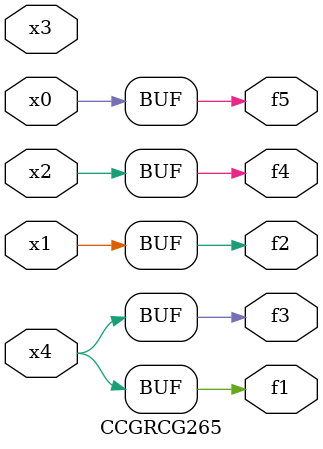
<source format=v>
module CCGRCG265(
	input x0, x1, x2, x3, x4,
	output f1, f2, f3, f4, f5
);
	assign f1 = x4;
	assign f2 = x1;
	assign f3 = x4;
	assign f4 = x2;
	assign f5 = x0;
endmodule

</source>
